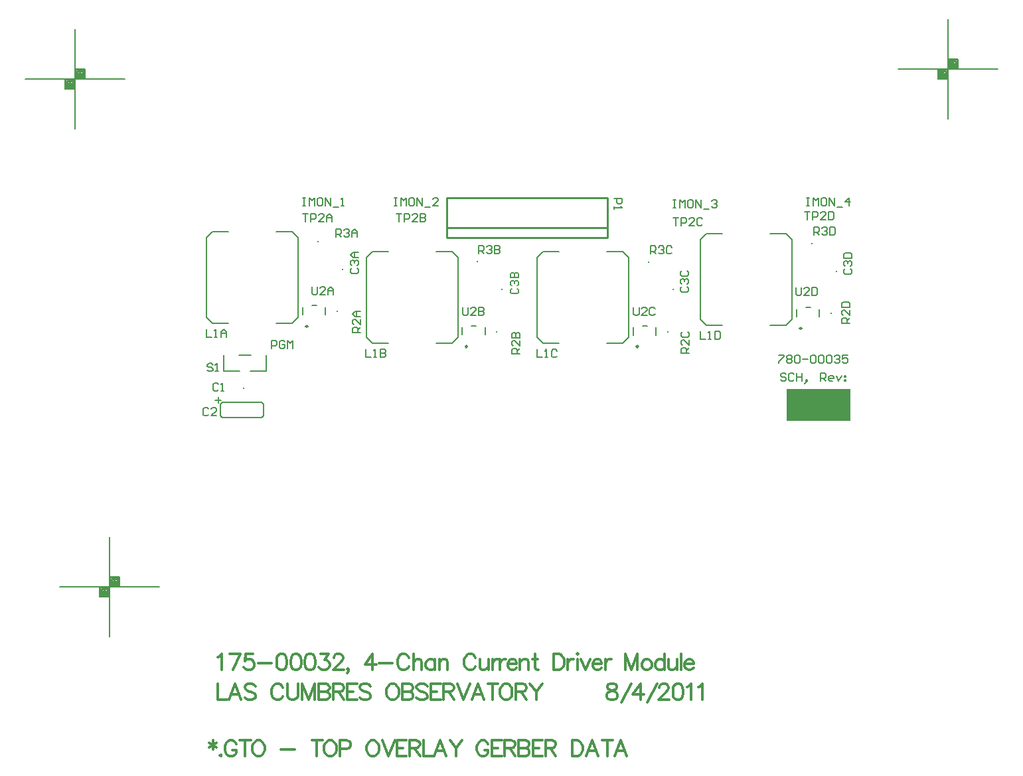
<source format=gto>
%FSLAX23Y23*%
%MOIN*%
G70*
G01*
G75*
G04 Layer_Color=65535*
%ADD10R,0.014X0.060*%
%ADD11R,0.030X0.100*%
%ADD12R,0.031X0.060*%
%ADD13R,0.070X0.135*%
%ADD14R,0.050X0.050*%
%ADD15R,0.036X0.036*%
%ADD16R,0.028X0.036*%
%ADD17R,0.078X0.048*%
%ADD18R,0.050X0.050*%
%ADD19R,0.213X0.114*%
%ADD20R,0.039X0.063*%
%ADD21C,0.005*%
%ADD22C,0.010*%
%ADD23C,0.020*%
%ADD24C,0.025*%
%ADD25C,0.050*%
%ADD26C,0.100*%
%ADD27C,0.012*%
%ADD28C,0.008*%
%ADD29C,0.012*%
%ADD30C,0.012*%
%ADD31C,0.020*%
%ADD32C,0.059*%
%ADD33R,0.059X0.059*%
%ADD34C,0.219*%
%ADD35C,0.028*%
%ADD36C,0.024*%
%ADD37C,0.050*%
%ADD38C,0.040*%
%ADD39C,0.075*%
%ADD40C,0.206*%
G04:AMPARAMS|DCode=41|XSize=73mil|YSize=73mil|CornerRadius=0mil|HoleSize=0mil|Usage=FLASHONLY|Rotation=0.000|XOffset=0mil|YOffset=0mil|HoleType=Round|Shape=Relief|Width=10mil|Gap=10mil|Entries=4|*
%AMTHD41*
7,0,0,0.073,0.053,0.010,45*
%
%ADD41THD41*%
G04:AMPARAMS|DCode=42|XSize=70mil|YSize=70mil|CornerRadius=0mil|HoleSize=0mil|Usage=FLASHONLY|Rotation=0.000|XOffset=0mil|YOffset=0mil|HoleType=Round|Shape=Relief|Width=10mil|Gap=10mil|Entries=4|*
%AMTHD42*
7,0,0,0.070,0.050,0.010,45*
%
%ADD42THD42*%
G04:AMPARAMS|DCode=43|XSize=88mil|YSize=88mil|CornerRadius=0mil|HoleSize=0mil|Usage=FLASHONLY|Rotation=0.000|XOffset=0mil|YOffset=0mil|HoleType=Round|Shape=Relief|Width=10mil|Gap=10mil|Entries=4|*
%AMTHD43*
7,0,0,0.088,0.068,0.010,45*
%
%ADD43THD43*%
%ADD44C,0.068*%
%ADD45C,0.053*%
%ADD46O,0.079X0.024*%
%ADD47R,0.063X0.106*%
%ADD48R,0.094X0.130*%
%ADD49R,0.085X0.043*%
%ADD50R,0.085X0.043*%
%ADD51R,0.085X0.138*%
%ADD52R,0.067X0.067*%
%ADD53O,0.028X0.018*%
%ADD54C,0.010*%
%ADD55C,0.006*%
%ADD56C,0.007*%
%ADD57C,0.007*%
%ADD58R,0.320X0.160*%
D21*
X31427Y18794D02*
Y18834D01*
X31447D01*
X31454Y18827D01*
Y18814D01*
X31447Y18807D01*
X31427D01*
X31494Y18827D02*
X31487Y18834D01*
X31474D01*
X31467Y18827D01*
Y18800D01*
X31474Y18794D01*
X31487D01*
X31494Y18800D01*
Y18814D01*
X31481D01*
X31507Y18794D02*
Y18834D01*
X31521Y18820D01*
X31534Y18834D01*
Y18794D01*
D22*
X32307Y19351D02*
X33112D01*
X32307Y19551D02*
X33112D01*
Y19351D02*
Y19551D01*
X32307Y19351D02*
Y19551D01*
Y19401D02*
X33112D01*
D27*
X31132Y16826D02*
Y16781D01*
X31113Y16815D02*
X31151Y16792D01*
Y16815D02*
X31113Y16792D01*
X31172Y16754D02*
X31168Y16750D01*
X31172Y16746D01*
X31175Y16750D01*
X31172Y16754D01*
X31250Y16807D02*
X31246Y16815D01*
X31239Y16822D01*
X31231Y16826D01*
X31216D01*
X31208Y16822D01*
X31200Y16815D01*
X31197Y16807D01*
X31193Y16796D01*
Y16777D01*
X31197Y16765D01*
X31200Y16758D01*
X31208Y16750D01*
X31216Y16746D01*
X31231D01*
X31239Y16750D01*
X31246Y16758D01*
X31250Y16765D01*
Y16777D01*
X31231D02*
X31250D01*
X31295Y16826D02*
Y16746D01*
X31268Y16826D02*
X31322D01*
X31354D02*
X31346Y16822D01*
X31339Y16815D01*
X31335Y16807D01*
X31331Y16796D01*
Y16777D01*
X31335Y16765D01*
X31339Y16758D01*
X31346Y16750D01*
X31354Y16746D01*
X31369D01*
X31377Y16750D01*
X31384Y16758D01*
X31388Y16765D01*
X31392Y16777D01*
Y16796D01*
X31388Y16807D01*
X31384Y16815D01*
X31377Y16822D01*
X31369Y16826D01*
X31354D01*
X31474Y16781D02*
X31542D01*
X31655Y16826D02*
Y16746D01*
X31629Y16826D02*
X31682D01*
X31714D02*
X31707Y16822D01*
X31699Y16815D01*
X31695Y16807D01*
X31691Y16796D01*
Y16777D01*
X31695Y16765D01*
X31699Y16758D01*
X31707Y16750D01*
X31714Y16746D01*
X31730D01*
X31737Y16750D01*
X31745Y16758D01*
X31749Y16765D01*
X31752Y16777D01*
Y16796D01*
X31749Y16807D01*
X31745Y16815D01*
X31737Y16822D01*
X31730Y16826D01*
X31714D01*
X31771Y16784D02*
X31805D01*
X31817Y16788D01*
X31821Y16792D01*
X31824Y16800D01*
Y16811D01*
X31821Y16819D01*
X31817Y16822D01*
X31805Y16826D01*
X31771D01*
Y16746D01*
X31928Y16826D02*
X31920Y16822D01*
X31913Y16815D01*
X31909Y16807D01*
X31905Y16796D01*
Y16777D01*
X31909Y16765D01*
X31913Y16758D01*
X31920Y16750D01*
X31928Y16746D01*
X31943D01*
X31951Y16750D01*
X31958Y16758D01*
X31962Y16765D01*
X31966Y16777D01*
Y16796D01*
X31962Y16807D01*
X31958Y16815D01*
X31951Y16822D01*
X31943Y16826D01*
X31928D01*
X31985D02*
X32015Y16746D01*
X32046Y16826D02*
X32015Y16746D01*
X32105Y16826D02*
X32056D01*
Y16746D01*
X32105D01*
X32056Y16788D02*
X32086D01*
X32119Y16826D02*
Y16746D01*
Y16826D02*
X32153D01*
X32164Y16822D01*
X32168Y16819D01*
X32172Y16811D01*
Y16803D01*
X32168Y16796D01*
X32164Y16792D01*
X32153Y16788D01*
X32119D01*
X32145D02*
X32172Y16746D01*
X32190Y16826D02*
Y16746D01*
X32236D01*
X32305D02*
X32275Y16826D01*
X32244Y16746D01*
X32256Y16773D02*
X32294D01*
X32324Y16826D02*
X32355Y16788D01*
Y16746D01*
X32385Y16826D02*
X32355Y16788D01*
X32515Y16807D02*
X32511Y16815D01*
X32504Y16822D01*
X32496Y16826D01*
X32481D01*
X32473Y16822D01*
X32466Y16815D01*
X32462Y16807D01*
X32458Y16796D01*
Y16777D01*
X32462Y16765D01*
X32466Y16758D01*
X32473Y16750D01*
X32481Y16746D01*
X32496D01*
X32504Y16750D01*
X32511Y16758D01*
X32515Y16765D01*
Y16777D01*
X32496D02*
X32515D01*
X32583Y16826D02*
X32534D01*
Y16746D01*
X32583D01*
X32534Y16788D02*
X32564D01*
X32596Y16826D02*
Y16746D01*
Y16826D02*
X32631D01*
X32642Y16822D01*
X32646Y16819D01*
X32650Y16811D01*
Y16803D01*
X32646Y16796D01*
X32642Y16792D01*
X32631Y16788D01*
X32596D01*
X32623D02*
X32650Y16746D01*
X32668Y16826D02*
Y16746D01*
Y16826D02*
X32702D01*
X32713Y16822D01*
X32717Y16819D01*
X32721Y16811D01*
Y16803D01*
X32717Y16796D01*
X32713Y16792D01*
X32702Y16788D01*
X32668D02*
X32702D01*
X32713Y16784D01*
X32717Y16781D01*
X32721Y16773D01*
Y16762D01*
X32717Y16754D01*
X32713Y16750D01*
X32702Y16746D01*
X32668D01*
X32788Y16826D02*
X32739D01*
Y16746D01*
X32788D01*
X32739Y16788D02*
X32769D01*
X32802Y16826D02*
Y16746D01*
Y16826D02*
X32836D01*
X32847Y16822D01*
X32851Y16819D01*
X32855Y16811D01*
Y16803D01*
X32851Y16796D01*
X32847Y16792D01*
X32836Y16788D01*
X32802D01*
X32828D02*
X32855Y16746D01*
X32936Y16826D02*
Y16746D01*
Y16826D02*
X32962D01*
X32974Y16822D01*
X32981Y16815D01*
X32985Y16807D01*
X32989Y16796D01*
Y16777D01*
X32985Y16765D01*
X32981Y16758D01*
X32974Y16750D01*
X32962Y16746D01*
X32936D01*
X33068D02*
X33037Y16826D01*
X33007Y16746D01*
X33018Y16773D02*
X33056D01*
X33113Y16826D02*
Y16746D01*
X33087Y16826D02*
X33140D01*
X33210Y16746D02*
X33180Y16826D01*
X33149Y16746D01*
X33161Y16773D02*
X33199D01*
D28*
X34090Y18895D02*
X34084Y18901D01*
X34078Y18895D01*
X34084Y18889D01*
X34090Y18895D01*
X33270Y18803D02*
X33264Y18809D01*
X33258Y18803D01*
X33264Y18797D01*
X33270Y18803D01*
X32411Y18804D02*
X32405Y18810D01*
X32399Y18804D01*
X32405Y18798D01*
X32411Y18804D01*
X31610Y18905D02*
X31604Y18911D01*
X31598Y18905D01*
X31604Y18899D01*
X31610Y18905D01*
X31387Y18509D02*
X31383Y18519D01*
X31373Y18523D01*
Y18447D02*
X31383Y18451D01*
X31387Y18461D01*
X31171D02*
X31175Y18451D01*
X31185Y18447D01*
Y18523D02*
X31175Y18519D01*
X31171Y18509D01*
X34084Y18891D02*
Y18899D01*
X34080Y18895D02*
X34088D01*
X33264Y18799D02*
Y18807D01*
X33260Y18803D02*
X33268D01*
X32405Y18800D02*
Y18808D01*
X32401Y18804D02*
X32409D01*
X31604Y18901D02*
Y18909D01*
X31600Y18905D02*
X31608D01*
X31185Y18447D02*
X31373D01*
X31185Y18523D02*
X31373D01*
X31171Y18461D02*
Y18509D01*
X31387Y18461D02*
Y18509D01*
X34009Y18664D02*
X34002Y18671D01*
X33989D01*
X33982Y18664D01*
Y18657D01*
X33989Y18651D01*
X34002D01*
X34009Y18644D01*
Y18637D01*
X34002Y18631D01*
X33989D01*
X33982Y18637D01*
X34049Y18664D02*
X34042Y18671D01*
X34029D01*
X34022Y18664D01*
Y18637D01*
X34029Y18631D01*
X34042D01*
X34049Y18637D01*
X34062Y18671D02*
Y18631D01*
Y18651D01*
X34089D01*
Y18671D01*
Y18631D01*
X34109Y18624D02*
X34116Y18631D01*
Y18637D01*
X34109D01*
Y18631D01*
X34116D01*
X34109Y18624D01*
X34102Y18617D01*
X34182Y18631D02*
Y18671D01*
X34202D01*
X34209Y18664D01*
Y18651D01*
X34202Y18644D01*
X34182D01*
X34196D02*
X34209Y18631D01*
X34242D02*
X34229D01*
X34222Y18637D01*
Y18651D01*
X34229Y18657D01*
X34242D01*
X34249Y18651D01*
Y18644D01*
X34222D01*
X34262Y18657D02*
X34275Y18631D01*
X34289Y18657D01*
X34302D02*
X34309D01*
Y18651D01*
X34302D01*
Y18657D01*
Y18637D02*
X34309D01*
Y18631D01*
X34302D01*
Y18637D01*
X33972Y18761D02*
X33999D01*
Y18754D01*
X33972Y18727D01*
Y18721D01*
X34012Y18754D02*
X34019Y18761D01*
X34032D01*
X34039Y18754D01*
Y18747D01*
X34032Y18741D01*
X34039Y18734D01*
Y18727D01*
X34032Y18721D01*
X34019D01*
X34012Y18727D01*
Y18734D01*
X34019Y18741D01*
X34012Y18747D01*
Y18754D01*
X34019Y18741D02*
X34032D01*
X34052Y18754D02*
X34059Y18761D01*
X34072D01*
X34079Y18754D01*
Y18727D01*
X34072Y18721D01*
X34059D01*
X34052Y18727D01*
Y18754D01*
X34092Y18741D02*
X34119D01*
X34132Y18754D02*
X34139Y18761D01*
X34152D01*
X34159Y18754D01*
Y18727D01*
X34152Y18721D01*
X34139D01*
X34132Y18727D01*
Y18754D01*
X34172D02*
X34179Y18761D01*
X34192D01*
X34199Y18754D01*
Y18727D01*
X34192Y18721D01*
X34179D01*
X34172Y18727D01*
Y18754D01*
X34212D02*
X34219Y18761D01*
X34232D01*
X34239Y18754D01*
Y18727D01*
X34232Y18721D01*
X34219D01*
X34212Y18727D01*
Y18754D01*
X34252D02*
X34259Y18761D01*
X34272D01*
X34279Y18754D01*
Y18747D01*
X34272Y18741D01*
X34265D01*
X34272D01*
X34279Y18734D01*
Y18727D01*
X34272Y18721D01*
X34259D01*
X34252Y18727D01*
X34319Y18761D02*
X34292D01*
Y18741D01*
X34305Y18747D01*
X34312D01*
X34319Y18741D01*
Y18727D01*
X34312Y18721D01*
X34299D01*
X34292Y18727D01*
X34112Y19551D02*
X34126D01*
X34119D01*
Y19511D01*
X34112D01*
X34126D01*
X34146D02*
Y19551D01*
X34159Y19537D01*
X34172Y19551D01*
Y19511D01*
X34206Y19551D02*
X34192D01*
X34186Y19544D01*
Y19517D01*
X34192Y19511D01*
X34206D01*
X34212Y19517D01*
Y19544D01*
X34206Y19551D01*
X34226Y19511D02*
Y19551D01*
X34252Y19511D01*
Y19551D01*
X34266Y19504D02*
X34292D01*
X34326Y19511D02*
Y19551D01*
X34306Y19531D01*
X34332D01*
X33442Y19541D02*
X33456D01*
X33449D01*
Y19501D01*
X33442D01*
X33456D01*
X33476D02*
Y19541D01*
X33489Y19527D01*
X33502Y19541D01*
Y19501D01*
X33536Y19541D02*
X33522D01*
X33516Y19534D01*
Y19507D01*
X33522Y19501D01*
X33536D01*
X33542Y19507D01*
Y19534D01*
X33536Y19541D01*
X33556Y19501D02*
Y19541D01*
X33582Y19501D01*
Y19541D01*
X33596Y19494D02*
X33622D01*
X33636Y19534D02*
X33642Y19541D01*
X33656D01*
X33662Y19534D01*
Y19527D01*
X33656Y19521D01*
X33649D01*
X33656D01*
X33662Y19514D01*
Y19507D01*
X33656Y19501D01*
X33642D01*
X33636Y19507D01*
X32042Y19551D02*
X32056D01*
X32049D01*
Y19511D01*
X32042D01*
X32056D01*
X32076D02*
Y19551D01*
X32089Y19537D01*
X32102Y19551D01*
Y19511D01*
X32136Y19551D02*
X32122D01*
X32116Y19544D01*
Y19517D01*
X32122Y19511D01*
X32136D01*
X32142Y19517D01*
Y19544D01*
X32136Y19551D01*
X32156Y19511D02*
Y19551D01*
X32182Y19511D01*
Y19551D01*
X32196Y19504D02*
X32222D01*
X32262Y19511D02*
X32236D01*
X32262Y19537D01*
Y19544D01*
X32256Y19551D01*
X32242D01*
X32236Y19544D01*
X31582Y19551D02*
X31596D01*
X31589D01*
Y19511D01*
X31582D01*
X31596D01*
X31616D02*
Y19551D01*
X31629Y19537D01*
X31642Y19551D01*
Y19511D01*
X31676Y19551D02*
X31662D01*
X31656Y19544D01*
Y19517D01*
X31662Y19511D01*
X31676D01*
X31682Y19517D01*
Y19544D01*
X31676Y19551D01*
X31696Y19511D02*
Y19551D01*
X31722Y19511D01*
Y19551D01*
X31736Y19504D02*
X31762D01*
X31776Y19511D02*
X31789D01*
X31782D01*
Y19551D01*
X31776Y19544D01*
X34102Y19481D02*
X34129D01*
X34116D01*
Y19441D01*
X34142D02*
Y19481D01*
X34162D01*
X34169Y19474D01*
Y19461D01*
X34162Y19454D01*
X34142D01*
X34209Y19441D02*
X34182D01*
X34209Y19467D01*
Y19474D01*
X34202Y19481D01*
X34189D01*
X34182Y19474D01*
X34222Y19481D02*
Y19441D01*
X34242D01*
X34249Y19447D01*
Y19474D01*
X34242Y19481D01*
X34222D01*
X33442Y19451D02*
X33469D01*
X33456D01*
Y19411D01*
X33482D02*
Y19451D01*
X33502D01*
X33509Y19444D01*
Y19431D01*
X33502Y19424D01*
X33482D01*
X33549Y19411D02*
X33522D01*
X33549Y19437D01*
Y19444D01*
X33542Y19451D01*
X33529D01*
X33522Y19444D01*
X33589D02*
X33582Y19451D01*
X33569D01*
X33562Y19444D01*
Y19417D01*
X33569Y19411D01*
X33582D01*
X33589Y19417D01*
X32052Y19471D02*
X32079D01*
X32066D01*
Y19431D01*
X32092D02*
Y19471D01*
X32112D01*
X32119Y19464D01*
Y19451D01*
X32112Y19444D01*
X32092D01*
X32159Y19431D02*
X32132D01*
X32159Y19457D01*
Y19464D01*
X32152Y19471D01*
X32139D01*
X32132Y19464D01*
X32172Y19471D02*
Y19431D01*
X32192D01*
X32199Y19437D01*
Y19444D01*
X32192Y19451D01*
X32172D01*
X32192D01*
X32199Y19457D01*
Y19464D01*
X32192Y19471D01*
X32172D01*
X31582D02*
X31609D01*
X31596D01*
Y19431D01*
X31622D02*
Y19471D01*
X31642D01*
X31649Y19464D01*
Y19451D01*
X31642Y19444D01*
X31622D01*
X31689Y19431D02*
X31662D01*
X31689Y19457D01*
Y19464D01*
X31682Y19471D01*
X31669D01*
X31662Y19464D01*
X31702Y19431D02*
Y19457D01*
X31716Y19471D01*
X31729Y19457D01*
Y19431D01*
Y19451D01*
X31702D01*
X31159Y18614D02*
X31152Y18621D01*
X31139D01*
X31132Y18614D01*
Y18587D01*
X31139Y18581D01*
X31152D01*
X31159Y18587D01*
X31172Y18581D02*
X31186D01*
X31179D01*
Y18621D01*
X31172Y18614D01*
X34059Y19102D02*
Y19068D01*
X34066Y19062D01*
X34079D01*
X34086Y19068D01*
Y19102D01*
X34126Y19062D02*
X34099D01*
X34126Y19088D01*
Y19095D01*
X34119Y19102D01*
X34106D01*
X34099Y19095D01*
X34139Y19102D02*
Y19062D01*
X34159D01*
X34166Y19068D01*
Y19095D01*
X34159Y19102D01*
X34139D01*
X33245Y19001D02*
Y18967D01*
X33252Y18961D01*
X33265D01*
X33272Y18967D01*
Y19001D01*
X33312Y18961D02*
X33285D01*
X33312Y18987D01*
Y18994D01*
X33305Y19001D01*
X33292D01*
X33285Y18994D01*
X33352D02*
X33345Y19001D01*
X33332D01*
X33325Y18994D01*
Y18967D01*
X33332Y18961D01*
X33345D01*
X33352Y18967D01*
X32386Y19002D02*
Y18968D01*
X32393Y18962D01*
X32406D01*
X32413Y18968D01*
Y19002D01*
X32453Y18962D02*
X32426D01*
X32453Y18988D01*
Y18995D01*
X32446Y19002D01*
X32433D01*
X32426Y18995D01*
X32466Y19002D02*
Y18962D01*
X32486D01*
X32493Y18968D01*
Y18975D01*
X32486Y18982D01*
X32466D01*
X32486D01*
X32493Y18988D01*
Y18995D01*
X32486Y19002D01*
X32466D01*
X31630Y19103D02*
Y19069D01*
X31637Y19063D01*
X31650D01*
X31657Y19069D01*
Y19103D01*
X31697Y19063D02*
X31670D01*
X31697Y19089D01*
Y19096D01*
X31690Y19103D01*
X31677D01*
X31670Y19096D01*
X31710Y19063D02*
Y19089D01*
X31724Y19103D01*
X31737Y19089D01*
Y19063D01*
Y19083D01*
X31710D01*
X31110Y18489D02*
X31103Y18496D01*
X31090D01*
X31083Y18489D01*
Y18462D01*
X31090Y18456D01*
X31103D01*
X31110Y18462D01*
X31150Y18456D02*
X31123D01*
X31150Y18482D01*
Y18489D01*
X31143Y18496D01*
X31130D01*
X31123Y18489D01*
X31830Y19196D02*
X31823Y19190D01*
Y19176D01*
X31830Y19170D01*
X31857D01*
X31863Y19176D01*
Y19190D01*
X31857Y19196D01*
X31830Y19210D02*
X31823Y19216D01*
Y19230D01*
X31830Y19236D01*
X31837D01*
X31843Y19230D01*
Y19223D01*
Y19230D01*
X31850Y19236D01*
X31857D01*
X31863Y19230D01*
Y19216D01*
X31857Y19210D01*
X31863Y19250D02*
X31837D01*
X31823Y19263D01*
X31837Y19276D01*
X31863D01*
X31843D01*
Y19250D01*
X32633Y19095D02*
X32626Y19089D01*
Y19075D01*
X32633Y19069D01*
X32660D01*
X32666Y19075D01*
Y19089D01*
X32660Y19095D01*
X32633Y19109D02*
X32626Y19115D01*
Y19129D01*
X32633Y19135D01*
X32640D01*
X32646Y19129D01*
Y19122D01*
Y19129D01*
X32653Y19135D01*
X32660D01*
X32666Y19129D01*
Y19115D01*
X32660Y19109D01*
X32626Y19149D02*
X32666D01*
Y19169D01*
X32660Y19175D01*
X32653D01*
X32646Y19169D01*
Y19149D01*
Y19169D01*
X32640Y19175D01*
X32633D01*
X32626Y19169D01*
Y19149D01*
X33488Y19104D02*
X33481Y19098D01*
Y19084D01*
X33488Y19078D01*
X33515D01*
X33521Y19084D01*
Y19098D01*
X33515Y19104D01*
X33488Y19118D02*
X33481Y19124D01*
Y19138D01*
X33488Y19144D01*
X33495D01*
X33501Y19138D01*
Y19131D01*
Y19138D01*
X33508Y19144D01*
X33515D01*
X33521Y19138D01*
Y19124D01*
X33515Y19118D01*
X33488Y19184D02*
X33481Y19178D01*
Y19164D01*
X33488Y19158D01*
X33515D01*
X33521Y19164D01*
Y19178D01*
X33515Y19184D01*
X34308Y19194D02*
X34301Y19188D01*
Y19174D01*
X34308Y19168D01*
X34335D01*
X34341Y19174D01*
Y19188D01*
X34335Y19194D01*
X34308Y19208D02*
X34301Y19214D01*
Y19228D01*
X34308Y19234D01*
X34315D01*
X34321Y19228D01*
Y19221D01*
Y19228D01*
X34328Y19234D01*
X34335D01*
X34341Y19228D01*
Y19214D01*
X34335Y19208D01*
X34301Y19248D02*
X34341D01*
Y19268D01*
X34335Y19274D01*
X34308D01*
X34301Y19268D01*
Y19248D01*
X31100Y18891D02*
Y18851D01*
X31127D01*
X31140D02*
X31154D01*
X31147D01*
Y18891D01*
X31140Y18884D01*
X31174Y18851D02*
Y18877D01*
X31187Y18891D01*
X31200Y18877D01*
Y18851D01*
Y18871D01*
X31174D01*
X31901Y18790D02*
Y18750D01*
X31928D01*
X31941D02*
X31955D01*
X31948D01*
Y18790D01*
X31941Y18783D01*
X31975Y18790D02*
Y18750D01*
X31995D01*
X32001Y18756D01*
Y18763D01*
X31995Y18770D01*
X31975D01*
X31995D01*
X32001Y18776D01*
Y18783D01*
X31995Y18790D01*
X31975D01*
X32760Y18789D02*
Y18749D01*
X32787D01*
X32800D02*
X32814D01*
X32807D01*
Y18789D01*
X32800Y18782D01*
X32860D02*
X32854Y18789D01*
X32840D01*
X32834Y18782D01*
Y18755D01*
X32840Y18749D01*
X32854D01*
X32860Y18755D01*
X33580Y18881D02*
Y18841D01*
X33607D01*
X33620D02*
X33634D01*
X33627D01*
Y18881D01*
X33620Y18874D01*
X33654Y18881D02*
Y18841D01*
X33674D01*
X33680Y18847D01*
Y18874D01*
X33674Y18881D01*
X33654D01*
X33147Y19546D02*
X33187D01*
Y19526D01*
X33180Y19520D01*
X33167D01*
X33160Y19526D01*
Y19546D01*
X33147Y19506D02*
Y19493D01*
Y19500D01*
X33187D01*
X33180Y19506D01*
X31873Y18874D02*
X31833D01*
Y18894D01*
X31840Y18900D01*
X31853D01*
X31860Y18894D01*
Y18874D01*
Y18887D02*
X31873Y18900D01*
Y18940D02*
Y18914D01*
X31847Y18940D01*
X31840D01*
X31833Y18934D01*
Y18920D01*
X31840Y18914D01*
X31873Y18954D02*
X31847D01*
X31833Y18967D01*
X31847Y18980D01*
X31873D01*
X31853D01*
Y18954D01*
X32673Y18767D02*
X32633D01*
Y18787D01*
X32640Y18793D01*
X32653D01*
X32660Y18787D01*
Y18767D01*
Y18780D02*
X32673Y18793D01*
Y18833D02*
Y18807D01*
X32647Y18833D01*
X32640D01*
X32633Y18827D01*
Y18813D01*
X32640Y18807D01*
X32633Y18847D02*
X32673D01*
Y18867D01*
X32667Y18873D01*
X32660D01*
X32653Y18867D01*
Y18847D01*
Y18867D01*
X32647Y18873D01*
X32640D01*
X32633Y18867D01*
Y18847D01*
X33523Y18772D02*
X33483D01*
Y18792D01*
X33490Y18798D01*
X33503D01*
X33510Y18792D01*
Y18772D01*
Y18785D02*
X33523Y18798D01*
Y18838D02*
Y18812D01*
X33497Y18838D01*
X33490D01*
X33483Y18832D01*
Y18818D01*
X33490Y18812D01*
Y18878D02*
X33483Y18872D01*
Y18858D01*
X33490Y18852D01*
X33517D01*
X33523Y18858D01*
Y18872D01*
X33517Y18878D01*
X34329Y18921D02*
X34289D01*
Y18941D01*
X34296Y18947D01*
X34309D01*
X34316Y18941D01*
Y18921D01*
Y18934D02*
X34329Y18947D01*
Y18987D02*
Y18961D01*
X34303Y18987D01*
X34296D01*
X34289Y18981D01*
Y18967D01*
X34296Y18961D01*
X34289Y19001D02*
X34329D01*
Y19021D01*
X34323Y19027D01*
X34296D01*
X34289Y19021D01*
Y19001D01*
X31750Y19355D02*
Y19395D01*
X31770D01*
X31777Y19388D01*
Y19375D01*
X31770Y19368D01*
X31750D01*
X31764D02*
X31777Y19355D01*
X31790Y19388D02*
X31797Y19395D01*
X31810D01*
X31817Y19388D01*
Y19381D01*
X31810Y19375D01*
X31804D01*
X31810D01*
X31817Y19368D01*
Y19361D01*
X31810Y19355D01*
X31797D01*
X31790Y19361D01*
X31830Y19355D02*
Y19381D01*
X31844Y19395D01*
X31857Y19381D01*
Y19355D01*
Y19375D01*
X31830D01*
X32466Y19272D02*
Y19312D01*
X32486D01*
X32493Y19305D01*
Y19292D01*
X32486Y19285D01*
X32466D01*
X32480D02*
X32493Y19272D01*
X32506Y19305D02*
X32513Y19312D01*
X32526D01*
X32533Y19305D01*
Y19298D01*
X32526Y19292D01*
X32520D01*
X32526D01*
X32533Y19285D01*
Y19278D01*
X32526Y19272D01*
X32513D01*
X32506Y19278D01*
X32546Y19312D02*
Y19272D01*
X32566D01*
X32573Y19278D01*
Y19285D01*
X32566Y19292D01*
X32546D01*
X32566D01*
X32573Y19298D01*
Y19305D01*
X32566Y19312D01*
X32546D01*
X33331Y19269D02*
Y19309D01*
X33351D01*
X33358Y19302D01*
Y19289D01*
X33351Y19282D01*
X33331D01*
X33345D02*
X33358Y19269D01*
X33371Y19302D02*
X33378Y19309D01*
X33391D01*
X33398Y19302D01*
Y19295D01*
X33391Y19289D01*
X33385D01*
X33391D01*
X33398Y19282D01*
Y19275D01*
X33391Y19269D01*
X33378D01*
X33371Y19275D01*
X33438Y19302D02*
X33431Y19309D01*
X33418D01*
X33411Y19302D01*
Y19275D01*
X33418Y19269D01*
X33431D01*
X33438Y19275D01*
X34151Y19363D02*
Y19403D01*
X34171D01*
X34178Y19396D01*
Y19383D01*
X34171Y19376D01*
X34151D01*
X34165D02*
X34178Y19363D01*
X34191Y19396D02*
X34198Y19403D01*
X34211D01*
X34218Y19396D01*
Y19389D01*
X34211Y19383D01*
X34205D01*
X34211D01*
X34218Y19376D01*
Y19369D01*
X34211Y19363D01*
X34198D01*
X34191Y19369D01*
X34231Y19403D02*
Y19363D01*
X34251D01*
X34258Y19369D01*
Y19396D01*
X34251Y19403D01*
X34231D01*
X31132Y18712D02*
X31125Y18719D01*
X31112D01*
X31105Y18712D01*
Y18705D01*
X31112Y18699D01*
X31125D01*
X31132Y18692D01*
Y18685D01*
X31125Y18679D01*
X31112D01*
X31105Y18685D01*
X31145Y18679D02*
X31159D01*
X31152D01*
Y18719D01*
X31145Y18712D01*
X34575Y20198D02*
X35075D01*
X34825Y19948D02*
Y20448D01*
X34875Y20198D02*
Y20248D01*
X34825D02*
X34875D01*
X34775Y20148D02*
Y20198D01*
Y20148D02*
X34825D01*
X34780Y20193D02*
X34820D01*
X34780Y20153D02*
Y20193D01*
Y20153D02*
X34820D01*
Y20193D01*
X34785Y20188D02*
X34815D01*
X34785Y20158D02*
Y20188D01*
Y20158D02*
X34815D01*
Y20183D01*
X34790D02*
X34810D01*
X34790Y20163D02*
Y20183D01*
Y20163D02*
X34810D01*
Y20178D01*
X34795D02*
X34805D01*
X34795Y20168D02*
Y20178D01*
Y20168D02*
X34805D01*
Y20178D01*
X34795Y20173D02*
X34805D01*
X34830Y20243D02*
X34870D01*
X34830Y20203D02*
Y20243D01*
Y20203D02*
X34870D01*
Y20243D01*
X34835Y20238D02*
X34865D01*
X34835Y20208D02*
Y20238D01*
Y20208D02*
X34865D01*
Y20233D01*
X34840D02*
X34860D01*
X34840Y20213D02*
Y20233D01*
Y20213D02*
X34860D01*
Y20228D01*
X34845D02*
X34855D01*
X34845Y20218D02*
Y20228D01*
Y20218D02*
X34855D01*
Y20228D01*
X34845Y20223D02*
X34855D01*
X30190Y20148D02*
X30690D01*
X30440Y19898D02*
Y20398D01*
X30490Y20148D02*
Y20198D01*
X30440D02*
X30490D01*
X30390Y20098D02*
Y20148D01*
Y20098D02*
X30440D01*
X30395Y20143D02*
X30435D01*
X30395Y20103D02*
Y20143D01*
Y20103D02*
X30435D01*
Y20143D01*
X30400Y20138D02*
X30430D01*
X30400Y20108D02*
Y20138D01*
Y20108D02*
X30430D01*
Y20133D01*
X30405D02*
X30425D01*
X30405Y20113D02*
Y20133D01*
Y20113D02*
X30425D01*
Y20128D01*
X30410D02*
X30420D01*
X30410Y20118D02*
Y20128D01*
Y20118D02*
X30420D01*
Y20128D01*
X30410Y20123D02*
X30420D01*
X30445Y20193D02*
X30485D01*
X30445Y20153D02*
Y20193D01*
Y20153D02*
X30485D01*
Y20193D01*
X30450Y20188D02*
X30480D01*
X30450Y20158D02*
Y20188D01*
Y20158D02*
X30480D01*
Y20183D01*
X30455D02*
X30475D01*
X30455Y20163D02*
Y20183D01*
Y20163D02*
X30475D01*
Y20178D01*
X30460D02*
X30470D01*
X30460Y20168D02*
Y20178D01*
Y20168D02*
X30470D01*
Y20178D01*
X30460Y20173D02*
X30470D01*
X30363Y17598D02*
X30863D01*
X30613Y17348D02*
Y17848D01*
X30663Y17598D02*
Y17648D01*
X30613D02*
X30663D01*
X30563Y17548D02*
Y17598D01*
Y17548D02*
X30613D01*
X30568Y17593D02*
X30608D01*
X30568Y17553D02*
Y17593D01*
Y17553D02*
X30608D01*
Y17593D01*
X30573Y17588D02*
X30603D01*
X30573Y17558D02*
Y17588D01*
Y17558D02*
X30603D01*
Y17583D01*
X30578D02*
X30598D01*
X30578Y17563D02*
Y17583D01*
Y17563D02*
X30598D01*
Y17578D01*
X30583D02*
X30593D01*
X30583Y17568D02*
Y17578D01*
Y17568D02*
X30593D01*
Y17578D01*
X30583Y17573D02*
X30593D01*
X30618Y17643D02*
X30658D01*
X30618Y17603D02*
Y17643D01*
Y17603D02*
X30658D01*
Y17643D01*
X30623Y17638D02*
X30653D01*
X30623Y17608D02*
Y17638D01*
Y17608D02*
X30653D01*
Y17633D01*
X30628D02*
X30648D01*
X30628Y17613D02*
Y17633D01*
Y17613D02*
X30648D01*
Y17628D01*
X30633D02*
X30643D01*
X30633Y17618D02*
Y17628D01*
Y17618D02*
X30643D01*
Y17628D01*
X30633Y17623D02*
X30643D01*
D29*
X31158Y17244D02*
X31166Y17248D01*
X31177Y17259D01*
Y17179D01*
X31270Y17259D02*
X31232Y17179D01*
X31217Y17259D02*
X31270D01*
X31334D02*
X31296D01*
X31292Y17225D01*
X31296Y17229D01*
X31307Y17233D01*
X31319D01*
X31330Y17229D01*
X31338Y17221D01*
X31341Y17210D01*
Y17202D01*
X31338Y17191D01*
X31330Y17183D01*
X31319Y17179D01*
X31307D01*
X31296Y17183D01*
X31292Y17187D01*
X31288Y17195D01*
X31359Y17214D02*
X31428D01*
X31474Y17259D02*
X31463Y17256D01*
X31455Y17244D01*
X31452Y17225D01*
Y17214D01*
X31455Y17195D01*
X31463Y17183D01*
X31474Y17179D01*
X31482D01*
X31493Y17183D01*
X31501Y17195D01*
X31505Y17214D01*
Y17225D01*
X31501Y17244D01*
X31493Y17256D01*
X31482Y17259D01*
X31474D01*
X31546D02*
X31534Y17256D01*
X31527Y17244D01*
X31523Y17225D01*
Y17214D01*
X31527Y17195D01*
X31534Y17183D01*
X31546Y17179D01*
X31553D01*
X31565Y17183D01*
X31572Y17195D01*
X31576Y17214D01*
Y17225D01*
X31572Y17244D01*
X31565Y17256D01*
X31553Y17259D01*
X31546D01*
X31617D02*
X31605Y17256D01*
X31598Y17244D01*
X31594Y17225D01*
Y17214D01*
X31598Y17195D01*
X31605Y17183D01*
X31617Y17179D01*
X31624D01*
X31636Y17183D01*
X31644Y17195D01*
X31647Y17214D01*
Y17225D01*
X31644Y17244D01*
X31636Y17256D01*
X31624Y17259D01*
X31617D01*
X31673D02*
X31715D01*
X31692Y17229D01*
X31703D01*
X31711Y17225D01*
X31715Y17221D01*
X31719Y17210D01*
Y17202D01*
X31715Y17191D01*
X31707Y17183D01*
X31696Y17179D01*
X31684D01*
X31673Y17183D01*
X31669Y17187D01*
X31665Y17195D01*
X31740Y17240D02*
Y17244D01*
X31744Y17252D01*
X31748Y17256D01*
X31755Y17259D01*
X31771D01*
X31778Y17256D01*
X31782Y17252D01*
X31786Y17244D01*
Y17237D01*
X31782Y17229D01*
X31775Y17217D01*
X31736Y17179D01*
X31790D01*
X31815Y17183D02*
X31811Y17179D01*
X31808Y17183D01*
X31811Y17187D01*
X31815Y17183D01*
Y17176D01*
X31811Y17168D01*
X31808Y17164D01*
X31934Y17259D02*
X31896Y17206D01*
X31953D01*
X31934Y17259D02*
Y17179D01*
X31967Y17214D02*
X32035D01*
X32116Y17240D02*
X32112Y17248D01*
X32105Y17256D01*
X32097Y17259D01*
X32082D01*
X32074Y17256D01*
X32067Y17248D01*
X32063Y17240D01*
X32059Y17229D01*
Y17210D01*
X32063Y17198D01*
X32067Y17191D01*
X32074Y17183D01*
X32082Y17179D01*
X32097D01*
X32105Y17183D01*
X32112Y17191D01*
X32116Y17198D01*
X32139Y17259D02*
Y17179D01*
Y17217D02*
X32150Y17229D01*
X32158Y17233D01*
X32169D01*
X32177Y17229D01*
X32181Y17217D01*
Y17179D01*
X32247Y17233D02*
Y17179D01*
Y17221D02*
X32240Y17229D01*
X32232Y17233D01*
X32221D01*
X32213Y17229D01*
X32205Y17221D01*
X32201Y17210D01*
Y17202D01*
X32205Y17191D01*
X32213Y17183D01*
X32221Y17179D01*
X32232D01*
X32240Y17183D01*
X32247Y17191D01*
X32269Y17233D02*
Y17179D01*
Y17217D02*
X32280Y17229D01*
X32288Y17233D01*
X32299D01*
X32307Y17229D01*
X32310Y17217D01*
Y17179D01*
X32451Y17240D02*
X32448Y17248D01*
X32440Y17256D01*
X32432Y17259D01*
X32417D01*
X32409Y17256D01*
X32402Y17248D01*
X32398Y17240D01*
X32394Y17229D01*
Y17210D01*
X32398Y17198D01*
X32402Y17191D01*
X32409Y17183D01*
X32417Y17179D01*
X32432D01*
X32440Y17183D01*
X32448Y17191D01*
X32451Y17198D01*
X32474Y17233D02*
Y17195D01*
X32478Y17183D01*
X32485Y17179D01*
X32497D01*
X32504Y17183D01*
X32516Y17195D01*
Y17233D02*
Y17179D01*
X32537Y17233D02*
Y17179D01*
Y17210D02*
X32540Y17221D01*
X32548Y17229D01*
X32556Y17233D01*
X32567D01*
X32574D02*
Y17179D01*
Y17210D02*
X32578Y17221D01*
X32586Y17229D01*
X32593Y17233D01*
X32605D01*
X32612Y17210D02*
X32658D01*
Y17217D01*
X32654Y17225D01*
X32650Y17229D01*
X32643Y17233D01*
X32631D01*
X32624Y17229D01*
X32616Y17221D01*
X32612Y17210D01*
Y17202D01*
X32616Y17191D01*
X32624Y17183D01*
X32631Y17179D01*
X32643D01*
X32650Y17183D01*
X32658Y17191D01*
X32675Y17233D02*
Y17179D01*
Y17217D02*
X32686Y17229D01*
X32694Y17233D01*
X32705D01*
X32713Y17229D01*
X32717Y17217D01*
Y17179D01*
X32749Y17259D02*
Y17195D01*
X32753Y17183D01*
X32761Y17179D01*
X32768D01*
X32738Y17233D02*
X32764D01*
X32843Y17259D02*
Y17179D01*
Y17259D02*
X32869D01*
X32881Y17256D01*
X32888Y17248D01*
X32892Y17240D01*
X32896Y17229D01*
Y17210D01*
X32892Y17198D01*
X32888Y17191D01*
X32881Y17183D01*
X32869Y17179D01*
X32843D01*
X32914Y17233D02*
Y17179D01*
Y17210D02*
X32918Y17221D01*
X32925Y17229D01*
X32933Y17233D01*
X32944D01*
X32959Y17259D02*
X32963Y17256D01*
X32967Y17259D01*
X32963Y17263D01*
X32959Y17259D01*
X32963Y17233D02*
Y17179D01*
X32981Y17233D02*
X33004Y17179D01*
X33026Y17233D02*
X33004Y17179D01*
X33039Y17210D02*
X33085D01*
Y17217D01*
X33081Y17225D01*
X33077Y17229D01*
X33070Y17233D01*
X33058D01*
X33051Y17229D01*
X33043Y17221D01*
X33039Y17210D01*
Y17202D01*
X33043Y17191D01*
X33051Y17183D01*
X33058Y17179D01*
X33070D01*
X33077Y17183D01*
X33085Y17191D01*
X33102Y17233D02*
Y17179D01*
Y17210D02*
X33106Y17221D01*
X33114Y17229D01*
X33121Y17233D01*
X33133D01*
X33203Y17259D02*
Y17179D01*
Y17259D02*
X33233Y17179D01*
X33264Y17259D02*
X33233Y17179D01*
X33264Y17259D02*
Y17179D01*
X33306Y17233D02*
X33298Y17229D01*
X33290Y17221D01*
X33287Y17210D01*
Y17202D01*
X33290Y17191D01*
X33298Y17183D01*
X33306Y17179D01*
X33317D01*
X33325Y17183D01*
X33332Y17191D01*
X33336Y17202D01*
Y17210D01*
X33332Y17221D01*
X33325Y17229D01*
X33317Y17233D01*
X33306D01*
X33399Y17259D02*
Y17179D01*
Y17221D02*
X33392Y17229D01*
X33384Y17233D01*
X33373D01*
X33365Y17229D01*
X33357Y17221D01*
X33354Y17210D01*
Y17202D01*
X33357Y17191D01*
X33365Y17183D01*
X33373Y17179D01*
X33384D01*
X33392Y17183D01*
X33399Y17191D01*
X33421Y17233D02*
Y17195D01*
X33424Y17183D01*
X33432Y17179D01*
X33444D01*
X33451Y17183D01*
X33463Y17195D01*
Y17233D02*
Y17179D01*
X33484Y17259D02*
Y17179D01*
X33500Y17210D02*
X33546D01*
Y17217D01*
X33542Y17225D01*
X33538Y17229D01*
X33531Y17233D01*
X33519D01*
X33512Y17229D01*
X33504Y17221D01*
X33500Y17210D01*
Y17202D01*
X33504Y17191D01*
X33512Y17183D01*
X33519Y17179D01*
X33531D01*
X33538Y17183D01*
X33546Y17191D01*
D30*
X31158Y17109D02*
Y17029D01*
X31204D01*
X31274D02*
X31243Y17109D01*
X31213Y17029D01*
X31224Y17056D02*
X31262D01*
X31346Y17098D02*
X31338Y17106D01*
X31327Y17109D01*
X31311D01*
X31300Y17106D01*
X31292Y17098D01*
Y17090D01*
X31296Y17083D01*
X31300Y17079D01*
X31308Y17075D01*
X31330Y17067D01*
X31338Y17064D01*
X31342Y17060D01*
X31346Y17052D01*
Y17041D01*
X31338Y17033D01*
X31327Y17029D01*
X31311D01*
X31300Y17033D01*
X31292Y17041D01*
X31484Y17090D02*
X31480Y17098D01*
X31472Y17106D01*
X31465Y17109D01*
X31449D01*
X31442Y17106D01*
X31434Y17098D01*
X31430Y17090D01*
X31426Y17079D01*
Y17060D01*
X31430Y17048D01*
X31434Y17041D01*
X31442Y17033D01*
X31449Y17029D01*
X31465D01*
X31472Y17033D01*
X31480Y17041D01*
X31484Y17048D01*
X31506Y17109D02*
Y17052D01*
X31510Y17041D01*
X31517Y17033D01*
X31529Y17029D01*
X31536D01*
X31548Y17033D01*
X31556Y17041D01*
X31559Y17052D01*
Y17109D01*
X31581D02*
Y17029D01*
Y17109D02*
X31612Y17029D01*
X31642Y17109D02*
X31612Y17029D01*
X31642Y17109D02*
Y17029D01*
X31665Y17109D02*
Y17029D01*
Y17109D02*
X31700D01*
X31711Y17106D01*
X31715Y17102D01*
X31719Y17094D01*
Y17086D01*
X31715Y17079D01*
X31711Y17075D01*
X31700Y17071D01*
X31665D02*
X31700D01*
X31711Y17067D01*
X31715Y17064D01*
X31719Y17056D01*
Y17045D01*
X31715Y17037D01*
X31711Y17033D01*
X31700Y17029D01*
X31665D01*
X31736Y17109D02*
Y17029D01*
Y17109D02*
X31771D01*
X31782Y17106D01*
X31786Y17102D01*
X31790Y17094D01*
Y17086D01*
X31786Y17079D01*
X31782Y17075D01*
X31771Y17071D01*
X31736D01*
X31763D02*
X31790Y17029D01*
X31857Y17109D02*
X31808D01*
Y17029D01*
X31857D01*
X31808Y17071D02*
X31838D01*
X31924Y17098D02*
X31916Y17106D01*
X31905Y17109D01*
X31890D01*
X31878Y17106D01*
X31871Y17098D01*
Y17090D01*
X31874Y17083D01*
X31878Y17079D01*
X31886Y17075D01*
X31909Y17067D01*
X31916Y17064D01*
X31920Y17060D01*
X31924Y17052D01*
Y17041D01*
X31916Y17033D01*
X31905Y17029D01*
X31890D01*
X31878Y17033D01*
X31871Y17041D01*
X32027Y17109D02*
X32020Y17106D01*
X32012Y17098D01*
X32008Y17090D01*
X32005Y17079D01*
Y17060D01*
X32008Y17048D01*
X32012Y17041D01*
X32020Y17033D01*
X32027Y17029D01*
X32043D01*
X32050Y17033D01*
X32058Y17041D01*
X32062Y17048D01*
X32066Y17060D01*
Y17079D01*
X32062Y17090D01*
X32058Y17098D01*
X32050Y17106D01*
X32043Y17109D01*
X32027D01*
X32084D02*
Y17029D01*
Y17109D02*
X32118D01*
X32130Y17106D01*
X32134Y17102D01*
X32138Y17094D01*
Y17086D01*
X32134Y17079D01*
X32130Y17075D01*
X32118Y17071D01*
X32084D02*
X32118D01*
X32130Y17067D01*
X32134Y17064D01*
X32138Y17056D01*
Y17045D01*
X32134Y17037D01*
X32130Y17033D01*
X32118Y17029D01*
X32084D01*
X32209Y17098D02*
X32201Y17106D01*
X32190Y17109D01*
X32174D01*
X32163Y17106D01*
X32155Y17098D01*
Y17090D01*
X32159Y17083D01*
X32163Y17079D01*
X32171Y17075D01*
X32193Y17067D01*
X32201Y17064D01*
X32205Y17060D01*
X32209Y17052D01*
Y17041D01*
X32201Y17033D01*
X32190Y17029D01*
X32174D01*
X32163Y17033D01*
X32155Y17041D01*
X32276Y17109D02*
X32227D01*
Y17029D01*
X32276D01*
X32227Y17071D02*
X32257D01*
X32289Y17109D02*
Y17029D01*
Y17109D02*
X32324D01*
X32335Y17106D01*
X32339Y17102D01*
X32343Y17094D01*
Y17086D01*
X32339Y17079D01*
X32335Y17075D01*
X32324Y17071D01*
X32289D01*
X32316D02*
X32343Y17029D01*
X32361Y17109D02*
X32391Y17029D01*
X32422Y17109D02*
X32391Y17029D01*
X32493D02*
X32462Y17109D01*
X32432Y17029D01*
X32443Y17056D02*
X32481D01*
X32538Y17109D02*
Y17029D01*
X32512Y17109D02*
X32565D01*
X32597D02*
X32590Y17106D01*
X32582Y17098D01*
X32578Y17090D01*
X32574Y17079D01*
Y17060D01*
X32578Y17048D01*
X32582Y17041D01*
X32590Y17033D01*
X32597Y17029D01*
X32612D01*
X32620Y17033D01*
X32628Y17041D01*
X32632Y17048D01*
X32635Y17060D01*
Y17079D01*
X32632Y17090D01*
X32628Y17098D01*
X32620Y17106D01*
X32612Y17109D01*
X32597D01*
X32654D02*
Y17029D01*
Y17109D02*
X32688D01*
X32700Y17106D01*
X32703Y17102D01*
X32707Y17094D01*
Y17086D01*
X32703Y17079D01*
X32700Y17075D01*
X32688Y17071D01*
X32654D01*
X32681D02*
X32707Y17029D01*
X32725Y17109D02*
X32756Y17071D01*
Y17029D01*
X32786Y17109D02*
X32756Y17071D01*
X33130Y17109D02*
X33118Y17106D01*
X33114Y17098D01*
Y17090D01*
X33118Y17083D01*
X33126Y17079D01*
X33141Y17075D01*
X33153Y17071D01*
X33160Y17064D01*
X33164Y17056D01*
Y17045D01*
X33160Y17037D01*
X33156Y17033D01*
X33145Y17029D01*
X33130D01*
X33118Y17033D01*
X33114Y17037D01*
X33111Y17045D01*
Y17056D01*
X33114Y17064D01*
X33122Y17071D01*
X33133Y17075D01*
X33149Y17079D01*
X33156Y17083D01*
X33160Y17090D01*
Y17098D01*
X33156Y17106D01*
X33145Y17109D01*
X33130D01*
X33182Y17018D02*
X33235Y17109D01*
X33279D02*
X33241Y17056D01*
X33298D01*
X33279Y17109D02*
Y17029D01*
X33312Y17018D02*
X33365Y17109D01*
X33374Y17090D02*
Y17094D01*
X33378Y17102D01*
X33382Y17106D01*
X33389Y17109D01*
X33405D01*
X33412Y17106D01*
X33416Y17102D01*
X33420Y17094D01*
Y17086D01*
X33416Y17079D01*
X33408Y17067D01*
X33370Y17029D01*
X33424D01*
X33464Y17109D02*
X33453Y17106D01*
X33445Y17094D01*
X33442Y17075D01*
Y17064D01*
X33445Y17045D01*
X33453Y17033D01*
X33464Y17029D01*
X33472D01*
X33484Y17033D01*
X33491Y17045D01*
X33495Y17064D01*
Y17075D01*
X33491Y17094D01*
X33484Y17106D01*
X33472Y17109D01*
X33464D01*
X33513Y17094D02*
X33520Y17098D01*
X33532Y17109D01*
Y17029D01*
X33571Y17094D02*
X33579Y17098D01*
X33591Y17109D01*
Y17029D01*
D54*
X31286Y18593D02*
D03*
X31782Y19192D02*
D03*
X32583Y19091D02*
D03*
X33442Y19090D02*
D03*
X34262Y19182D02*
D03*
X31757Y18979D02*
D03*
X32558Y18878D02*
D03*
X33417Y18877D02*
D03*
X34237Y18969D02*
D03*
X31659Y19330D02*
D03*
X32460Y19229D02*
D03*
X33319Y19228D02*
D03*
X34139Y19320D02*
D03*
D55*
X34110Y18999D02*
X34132D01*
X34178Y18954D02*
Y18992D01*
X34064Y18954D02*
Y18992D01*
X33290Y18907D02*
X33312D01*
X33358Y18862D02*
Y18900D01*
X33244Y18862D02*
Y18900D01*
X32431Y18908D02*
X32453D01*
X32499Y18863D02*
Y18901D01*
X32385Y18863D02*
Y18901D01*
X31630Y19009D02*
X31652D01*
X31698Y18964D02*
Y19002D01*
X31584Y18964D02*
Y19002D01*
D56*
X31145Y18535D02*
X31175D01*
X31160Y18520D02*
Y18550D01*
X31451Y18922D02*
X31531D01*
X31561Y18952D01*
Y19352D01*
X31531Y19382D02*
X31561Y19352D01*
X31451Y19382D02*
X31531D01*
X31131D02*
X31211D01*
X31101Y19352D02*
X31131Y19382D01*
X31101Y18952D02*
Y19352D01*
Y18952D02*
X31131Y18922D01*
X31211D01*
X32252Y18821D02*
X32332D01*
X32362Y18851D01*
Y19251D01*
X32332Y19281D02*
X32362Y19251D01*
X32252Y19281D02*
X32332D01*
X31932D02*
X32012D01*
X31902Y19251D02*
X31932Y19281D01*
X31902Y18851D02*
Y19251D01*
Y18851D02*
X31932Y18821D01*
X32012D01*
X33111Y18820D02*
X33191D01*
X33221Y18850D01*
Y19250D01*
X33191Y19280D02*
X33221Y19250D01*
X33111Y19280D02*
X33191D01*
X32791D02*
X32871D01*
X32761Y19250D02*
X32791Y19280D01*
X32761Y18850D02*
Y19250D01*
Y18850D02*
X32791Y18820D01*
X32871D01*
X33931Y18912D02*
X34011D01*
X34041Y18942D01*
Y19342D01*
X34011Y19372D02*
X34041Y19342D01*
X33931Y19372D02*
X34011D01*
X33611D02*
X33691D01*
X33581Y19342D02*
X33611Y19372D01*
X33581Y18942D02*
Y19342D01*
Y18942D02*
X33611Y18912D01*
X33691D01*
D57*
X31187Y18681D02*
X31266D01*
X31187D02*
Y18760D01*
X31262D02*
X31325D01*
X31399Y18681D02*
Y18760D01*
X31321Y18681D02*
X31399D01*
D58*
X34172Y18511D02*
D03*
M02*

</source>
